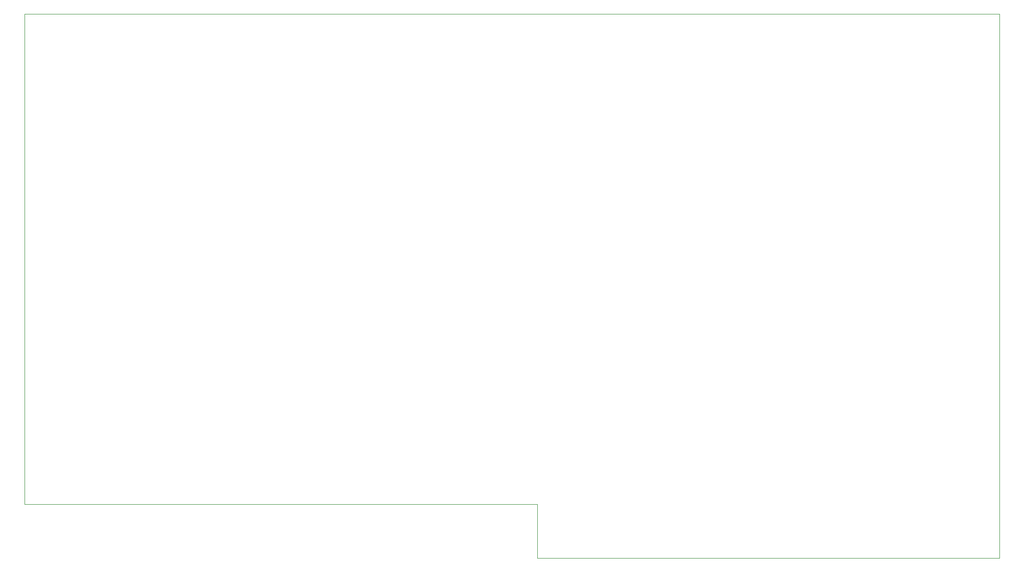
<source format=gbr>
%TF.GenerationSoftware,KiCad,Pcbnew,7.0.11+dfsg-1build4*%
%TF.CreationDate,2025-09-23T22:07:13-05:00*%
%TF.ProjectId,ISACard,49534143-6172-4642-9e6b-696361645f70,rev?*%
%TF.SameCoordinates,Original*%
%TF.FileFunction,Profile,NP*%
%FSLAX46Y46*%
G04 Gerber Fmt 4.6, Leading zero omitted, Abs format (unit mm)*
G04 Created by KiCad (PCBNEW 7.0.11+dfsg-1build4) date 2025-09-23 22:07:13*
%MOMM*%
%LPD*%
G01*
G04 APERTURE LIST*
%TA.AperFunction,Profile*%
%ADD10C,0.100000*%
%TD*%
G04 APERTURE END LIST*
D10*
X141150000Y-147990000D02*
X141150000Y-157515000D01*
X141150000Y-157515000D02*
X222430000Y-157515000D01*
X50980000Y-61630000D02*
X50980000Y-147990000D01*
X222430000Y-157515000D02*
X222430000Y-61630000D01*
X50980000Y-147990000D02*
X141150000Y-147990000D01*
X222430000Y-61630000D02*
X50980000Y-61630000D01*
M02*

</source>
